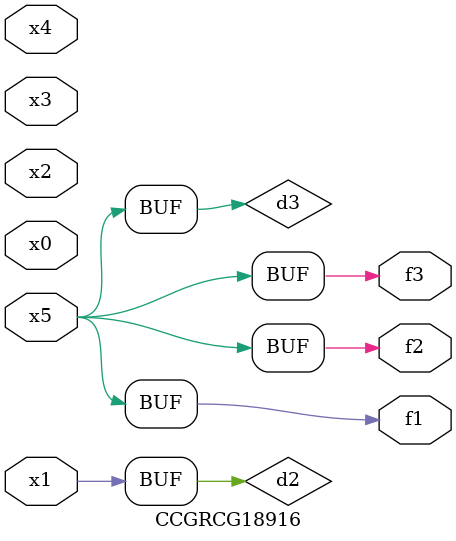
<source format=v>
module CCGRCG18916(
	input x0, x1, x2, x3, x4, x5,
	output f1, f2, f3
);

	wire d1, d2, d3;

	not (d1, x5);
	or (d2, x1);
	xnor (d3, d1);
	assign f1 = d3;
	assign f2 = d3;
	assign f3 = d3;
endmodule

</source>
